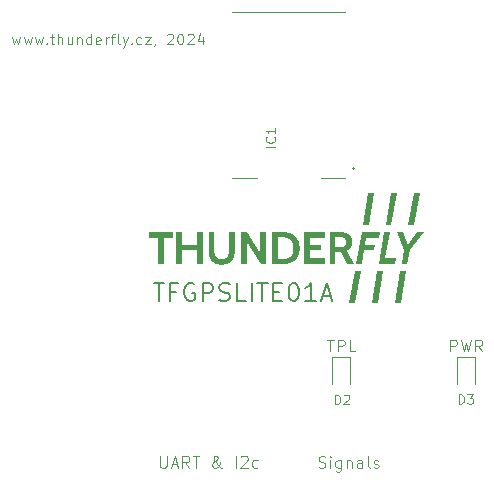
<source format=gbr>
%TF.GenerationSoftware,KiCad,Pcbnew,8.0.4+1*%
%TF.CreationDate,2024-10-18T12:55:20+00:00*%
%TF.ProjectId,TFGPSLITE01,54464750-534c-4495-9445-30312e6b6963,rev?*%
%TF.SameCoordinates,Original*%
%TF.FileFunction,Legend,Top*%
%TF.FilePolarity,Positive*%
%FSLAX46Y46*%
G04 Gerber Fmt 4.6, Leading zero omitted, Abs format (unit mm)*
G04 Created by KiCad (PCBNEW 8.0.4+1) date 2024-10-18 12:55:20*
%MOMM*%
%LPD*%
G01*
G04 APERTURE LIST*
%ADD10C,0.000000*%
%ADD11C,0.100000*%
%ADD12C,0.200000*%
%ADD13C,0.120000*%
G04 APERTURE END LIST*
D10*
G36*
X126240428Y-104431330D02*
G01*
X125481377Y-104431330D01*
X125481377Y-106639387D01*
X124990684Y-106639387D01*
X124990684Y-104431330D01*
X124231662Y-104431330D01*
X124231662Y-103955956D01*
X126240428Y-103955956D01*
X126240428Y-104431330D01*
G37*
G36*
X140513954Y-103956758D02*
G01*
X140565475Y-103959164D01*
X140615578Y-103963173D01*
X140664263Y-103968786D01*
X140711531Y-103976002D01*
X140757378Y-103984821D01*
X140801807Y-103995242D01*
X140844814Y-104007267D01*
X140886400Y-104020894D01*
X140926564Y-104036123D01*
X140965305Y-104052953D01*
X141002623Y-104071386D01*
X141038516Y-104091420D01*
X141072985Y-104113056D01*
X141106028Y-104136293D01*
X141137644Y-104161130D01*
X141167595Y-104187528D01*
X141195612Y-104215469D01*
X141221697Y-104244955D01*
X141245848Y-104275985D01*
X141268067Y-104308558D01*
X141288353Y-104342675D01*
X141306706Y-104378335D01*
X141323127Y-104415538D01*
X141337616Y-104454284D01*
X141350173Y-104494572D01*
X141360797Y-104536402D01*
X141369490Y-104579774D01*
X141376250Y-104624688D01*
X141381079Y-104671143D01*
X141383976Y-104719140D01*
X141384942Y-104768677D01*
X141384477Y-104803265D01*
X141383081Y-104837058D01*
X141380755Y-104870056D01*
X141377499Y-104902261D01*
X141373314Y-104933671D01*
X141368200Y-104964287D01*
X141362157Y-104994110D01*
X141355186Y-105023138D01*
X141347288Y-105051372D01*
X141338462Y-105078813D01*
X141328709Y-105105459D01*
X141318030Y-105131312D01*
X141306425Y-105156371D01*
X141293894Y-105180637D01*
X141280437Y-105204109D01*
X141266056Y-105226788D01*
X141250799Y-105248784D01*
X141234766Y-105270228D01*
X141217957Y-105291119D01*
X141200371Y-105311457D01*
X141182010Y-105331243D01*
X141162871Y-105350474D01*
X141142956Y-105369153D01*
X141122264Y-105387278D01*
X141100795Y-105404848D01*
X141078548Y-105421865D01*
X141055524Y-105438328D01*
X141031722Y-105454236D01*
X141007141Y-105469589D01*
X140981783Y-105484387D01*
X140955646Y-105498631D01*
X140928730Y-105512319D01*
X141534449Y-106639387D01*
X140986163Y-106639387D01*
X140468637Y-105642684D01*
X139970374Y-105642684D01*
X139970374Y-106639387D01*
X139479659Y-106639387D01*
X139479659Y-105232524D01*
X139479659Y-104366151D01*
X139970376Y-104366151D01*
X139970376Y-105232524D01*
X140330631Y-105232524D01*
X140396094Y-105230816D01*
X140457331Y-105225693D01*
X140514344Y-105217154D01*
X140567132Y-105205201D01*
X140591942Y-105197944D01*
X140615696Y-105189834D01*
X140638394Y-105180870D01*
X140660036Y-105171052D01*
X140680622Y-105160382D01*
X140700152Y-105148857D01*
X140718626Y-105136480D01*
X140736044Y-105123249D01*
X140752406Y-105109165D01*
X140767713Y-105094228D01*
X140781964Y-105078437D01*
X140795159Y-105061794D01*
X140807298Y-105044297D01*
X140818381Y-105025947D01*
X140828409Y-105006745D01*
X140837381Y-104986689D01*
X140845298Y-104965781D01*
X140852159Y-104944020D01*
X140857964Y-104921406D01*
X140862714Y-104897939D01*
X140866408Y-104873619D01*
X140869046Y-104848447D01*
X140870630Y-104822422D01*
X140871157Y-104795545D01*
X140870678Y-104769586D01*
X140869239Y-104744420D01*
X140866842Y-104720047D01*
X140863487Y-104696468D01*
X140859173Y-104673681D01*
X140853901Y-104651688D01*
X140847671Y-104630489D01*
X140840484Y-104610083D01*
X140832339Y-104590471D01*
X140823237Y-104571654D01*
X140813178Y-104553630D01*
X140802162Y-104536400D01*
X140790190Y-104519965D01*
X140777261Y-104504325D01*
X140763376Y-104489479D01*
X140748535Y-104475428D01*
X140732602Y-104462196D01*
X140715471Y-104449819D01*
X140697142Y-104438294D01*
X140677614Y-104427623D01*
X140656887Y-104417806D01*
X140634962Y-104408841D01*
X140611839Y-104400731D01*
X140587517Y-104393474D01*
X140561998Y-104387070D01*
X140535280Y-104381521D01*
X140507365Y-104376824D01*
X140478252Y-104372982D01*
X140447942Y-104369994D01*
X140416434Y-104367859D01*
X140383728Y-104366578D01*
X140349825Y-104366151D01*
X139970376Y-104366151D01*
X139479659Y-104366151D01*
X139479659Y-103955956D01*
X140461018Y-103955956D01*
X140513954Y-103956758D01*
G37*
G36*
X143692603Y-104431330D02*
G01*
X142596171Y-104431330D01*
X142492736Y-105002527D01*
X143343780Y-105002527D01*
X143259396Y-105477867D01*
X142408351Y-105477867D01*
X142205223Y-106639387D01*
X141714507Y-106639387D01*
X142186102Y-103955956D01*
X143776917Y-103955956D01*
X143692603Y-104431330D01*
G37*
G36*
X139053366Y-104431330D02*
G01*
X137838186Y-104431330D01*
X137838186Y-105002527D01*
X138781231Y-105002527D01*
X138781231Y-105477867D01*
X137838186Y-105477867D01*
X137838186Y-106164076D01*
X139091818Y-106164076D01*
X139091818Y-106639387D01*
X137336041Y-106639387D01*
X137336041Y-103955956D01*
X139053366Y-103955956D01*
X139053366Y-104431330D01*
G37*
G36*
X133597445Y-105688708D02*
G01*
X133597445Y-103955956D01*
X134088088Y-103955956D01*
X134088088Y-106639387D01*
X133685569Y-106639387D01*
X132458890Y-104799404D01*
X132458890Y-106639387D01*
X131968247Y-106639387D01*
X131968247Y-103955956D01*
X132451200Y-103955956D01*
X133597445Y-105688708D01*
G37*
G36*
X146118583Y-105029317D02*
G01*
X146916001Y-103955956D01*
X147437336Y-103955956D01*
X146279659Y-105451077D01*
X146068699Y-106639387D01*
X145581938Y-106639387D01*
X145788947Y-105451077D01*
X145788949Y-105451077D01*
X145160227Y-103955956D01*
X145681632Y-103955956D01*
X146118583Y-105029317D01*
G37*
G36*
X145492547Y-109959386D02*
G01*
X145001904Y-109959386D01*
X145473426Y-107275932D01*
X145964140Y-107275932D01*
X145492547Y-109959386D01*
G37*
G36*
X143551705Y-109959386D02*
G01*
X143061061Y-109959386D01*
X143532585Y-107275932D01*
X144023300Y-107275932D01*
X143551705Y-109959386D01*
G37*
G36*
X135675064Y-103956585D02*
G01*
X135722013Y-103958473D01*
X135768317Y-103961619D01*
X135813978Y-103966023D01*
X135858995Y-103971686D01*
X135903369Y-103978607D01*
X135947099Y-103986787D01*
X135990187Y-103996225D01*
X136032633Y-104006922D01*
X136074436Y-104018877D01*
X136115597Y-104032090D01*
X136156117Y-104046562D01*
X136195996Y-104062292D01*
X136235234Y-104079281D01*
X136273831Y-104097528D01*
X136311788Y-104117034D01*
X136348882Y-104137710D01*
X136384942Y-104159496D01*
X136419969Y-104182392D01*
X136453963Y-104206396D01*
X136486924Y-104231509D01*
X136518851Y-104257731D01*
X136549746Y-104285061D01*
X136579608Y-104313499D01*
X136608437Y-104343044D01*
X136636234Y-104373697D01*
X136662998Y-104405457D01*
X136688730Y-104438323D01*
X136713429Y-104472296D01*
X136737097Y-104507376D01*
X136759732Y-104543561D01*
X136781335Y-104580851D01*
X136801763Y-104619148D01*
X136820874Y-104658310D01*
X136838666Y-104698340D01*
X136855141Y-104739236D01*
X136870298Y-104781000D01*
X136884136Y-104823631D01*
X136896657Y-104867129D01*
X136907860Y-104911496D01*
X136917744Y-104956730D01*
X136926311Y-105002834D01*
X136933560Y-105049805D01*
X136939491Y-105097646D01*
X136944104Y-105146356D01*
X136947399Y-105195935D01*
X136949376Y-105246384D01*
X136950035Y-105297703D01*
X136949376Y-105349009D01*
X136947399Y-105399450D01*
X136944104Y-105449026D01*
X136939491Y-105497735D01*
X136933560Y-105545577D01*
X136926311Y-105592553D01*
X136917744Y-105638662D01*
X136907860Y-105683903D01*
X136896657Y-105728276D01*
X136884136Y-105771781D01*
X136870298Y-105814417D01*
X136855141Y-105856185D01*
X136838666Y-105897084D01*
X136820874Y-105937113D01*
X136801763Y-105976272D01*
X136781335Y-106014561D01*
X136759732Y-106051869D01*
X136737097Y-106088067D01*
X136713430Y-106123155D01*
X136688731Y-106157133D01*
X136662999Y-106190001D01*
X136636235Y-106221760D01*
X136608438Y-106252410D01*
X136579609Y-106281951D01*
X136549747Y-106310383D01*
X136518852Y-106337706D01*
X136486924Y-106363921D01*
X136453963Y-106389028D01*
X136419969Y-106413027D01*
X136384942Y-106435919D01*
X136348882Y-106457703D01*
X136311788Y-106478379D01*
X136273831Y-106497887D01*
X136235234Y-106516135D01*
X136195996Y-106533122D01*
X136156117Y-106548849D01*
X136115597Y-106563316D01*
X136074436Y-106576523D01*
X136032633Y-106588471D01*
X135990187Y-106599161D01*
X135947099Y-106608591D01*
X135903369Y-106616763D01*
X135858995Y-106623677D01*
X135813978Y-106629333D01*
X135768317Y-106633732D01*
X135722013Y-106636874D01*
X135675064Y-106638758D01*
X135627470Y-106639387D01*
X134623182Y-106639387D01*
X134623182Y-106202387D01*
X134623182Y-104393025D01*
X135113825Y-104393025D01*
X135113825Y-106202387D01*
X135627470Y-106202387D01*
X135674675Y-106201452D01*
X135720458Y-106198646D01*
X135764818Y-106193970D01*
X135807757Y-106187422D01*
X135849273Y-106179003D01*
X135889368Y-106168711D01*
X135928040Y-106156547D01*
X135965290Y-106142510D01*
X136001118Y-106126600D01*
X136035523Y-106108816D01*
X136068507Y-106089159D01*
X136100068Y-106067626D01*
X136130208Y-106044219D01*
X136158925Y-106018937D01*
X136186220Y-105991779D01*
X136212094Y-105962746D01*
X136236457Y-105932081D01*
X136259252Y-105899962D01*
X136280476Y-105866387D01*
X136300130Y-105831358D01*
X136318214Y-105794874D01*
X136334726Y-105756937D01*
X136349668Y-105717547D01*
X136363038Y-105676703D01*
X136374836Y-105634407D01*
X136385062Y-105590659D01*
X136393716Y-105545460D01*
X136400797Y-105498809D01*
X136406305Y-105450708D01*
X136410239Y-105401156D01*
X136412600Y-105350154D01*
X136413387Y-105297703D01*
X136412600Y-105245238D01*
X136410239Y-105194226D01*
X136406305Y-105144666D01*
X136400797Y-105096558D01*
X136393716Y-105049903D01*
X136385062Y-105004700D01*
X136374836Y-104960950D01*
X136363038Y-104918653D01*
X136349668Y-104877808D01*
X136334726Y-104838416D01*
X136318214Y-104800478D01*
X136300130Y-104763992D01*
X136280476Y-104728960D01*
X136259252Y-104695381D01*
X136236457Y-104663255D01*
X136212094Y-104632583D01*
X136186220Y-104603586D01*
X136158925Y-104576457D01*
X136130208Y-104551198D01*
X136100068Y-104527807D01*
X136068507Y-104506286D01*
X136035523Y-104486635D01*
X136001118Y-104468853D01*
X135965290Y-104452942D01*
X135928040Y-104438902D01*
X135889368Y-104426732D01*
X135849273Y-104416434D01*
X135807757Y-104408008D01*
X135764818Y-104401453D01*
X135720458Y-104396771D01*
X135674675Y-104393962D01*
X135627470Y-104393025D01*
X135113825Y-104393025D01*
X134623182Y-104393025D01*
X134623182Y-103955956D01*
X135627470Y-103955956D01*
X135675064Y-103956585D01*
G37*
G36*
X142786105Y-103313899D02*
G01*
X142295461Y-103313899D01*
X142766915Y-100630460D01*
X143257629Y-100630460D01*
X142786105Y-103313899D01*
G37*
G36*
X146651702Y-103313899D02*
G01*
X146161059Y-103313899D01*
X146632511Y-100630460D01*
X147123297Y-100630460D01*
X146651702Y-103313899D01*
G37*
G36*
X141628996Y-109959386D02*
G01*
X141138351Y-109959386D01*
X141609875Y-107275932D01*
X142100520Y-107275932D01*
X141628996Y-109959386D01*
G37*
G36*
X144708462Y-103313899D02*
G01*
X144217747Y-103313899D01*
X144689341Y-100630460D01*
X145179986Y-100630460D01*
X144708462Y-103313899D01*
G37*
G36*
X129724934Y-105362882D02*
G01*
X129725711Y-105431383D01*
X129728044Y-105496944D01*
X129731933Y-105559565D01*
X129737379Y-105619246D01*
X129744381Y-105675987D01*
X129752940Y-105729789D01*
X129763057Y-105780652D01*
X129774732Y-105828577D01*
X129781296Y-105851509D01*
X129788534Y-105873794D01*
X129796447Y-105895432D01*
X129805035Y-105916424D01*
X129814297Y-105936770D01*
X129824234Y-105956471D01*
X129834846Y-105975526D01*
X129846133Y-105993936D01*
X129858094Y-106011703D01*
X129870731Y-106028825D01*
X129884043Y-106045303D01*
X129898030Y-106061138D01*
X129912692Y-106076330D01*
X129928029Y-106090880D01*
X129944042Y-106104788D01*
X129960730Y-106118053D01*
X129978172Y-106130579D01*
X129996499Y-106142297D01*
X130015710Y-106153209D01*
X130035807Y-106163313D01*
X130056788Y-106172611D01*
X130078655Y-106181100D01*
X130101408Y-106188782D01*
X130125045Y-106195656D01*
X130149568Y-106201722D01*
X130174977Y-106206979D01*
X130201272Y-106211429D01*
X130228452Y-106215069D01*
X130256518Y-106217901D01*
X130285471Y-106219924D01*
X130315309Y-106221138D01*
X130346034Y-106221543D01*
X130376710Y-106221138D01*
X130406507Y-106219924D01*
X130435425Y-106217901D01*
X130463464Y-106215069D01*
X130490622Y-106211429D01*
X130516900Y-106206979D01*
X130542296Y-106201722D01*
X130566811Y-106195656D01*
X130590443Y-106188782D01*
X130613193Y-106181100D01*
X130635060Y-106172611D01*
X130656043Y-106163313D01*
X130676141Y-106153209D01*
X130695355Y-106142297D01*
X130713683Y-106130579D01*
X130731126Y-106118053D01*
X130747803Y-106104788D01*
X130763808Y-106090880D01*
X130779141Y-106076331D01*
X130793801Y-106061138D01*
X130807788Y-106045303D01*
X130821102Y-106028825D01*
X130833742Y-106011703D01*
X130845708Y-105993937D01*
X130856999Y-105975526D01*
X130867615Y-105956471D01*
X130877555Y-105936770D01*
X130886819Y-105916424D01*
X130895408Y-105895432D01*
X130903319Y-105873794D01*
X130910553Y-105851509D01*
X130917110Y-105828577D01*
X130928791Y-105780653D01*
X130938913Y-105729789D01*
X130947475Y-105675987D01*
X130954478Y-105619246D01*
X130959924Y-105559565D01*
X130963813Y-105496945D01*
X130966146Y-105431384D01*
X130966923Y-105362882D01*
X130966923Y-103955956D01*
X131457566Y-103955956D01*
X131457566Y-105489388D01*
X131456473Y-105558872D01*
X131453194Y-105626455D01*
X131447730Y-105692137D01*
X131440079Y-105755918D01*
X131430244Y-105817798D01*
X131418223Y-105877777D01*
X131404018Y-105935854D01*
X131387628Y-105992030D01*
X131369053Y-106046305D01*
X131348295Y-106098679D01*
X131325352Y-106149151D01*
X131300225Y-106197722D01*
X131272915Y-106244391D01*
X131243421Y-106289159D01*
X131211744Y-106332025D01*
X131177884Y-106372990D01*
X131141818Y-106411743D01*
X131103629Y-106447996D01*
X131063316Y-106481748D01*
X131020880Y-106513001D01*
X130976321Y-106541754D01*
X130929639Y-106568007D01*
X130880833Y-106591759D01*
X130829904Y-106613012D01*
X130776852Y-106631764D01*
X130721676Y-106648017D01*
X130664377Y-106661769D01*
X130604955Y-106673020D01*
X130543410Y-106681772D01*
X130479741Y-106688023D01*
X130413949Y-106691773D01*
X130346034Y-106693024D01*
X130278081Y-106691773D01*
X130212254Y-106688023D01*
X130148555Y-106681772D01*
X130086983Y-106673020D01*
X130027538Y-106661769D01*
X129970220Y-106648017D01*
X129915030Y-106631764D01*
X129861967Y-106613012D01*
X129811031Y-106591759D01*
X129762223Y-106568007D01*
X129715544Y-106541754D01*
X129670992Y-106513001D01*
X129628567Y-106481748D01*
X129588271Y-106447996D01*
X129550104Y-106411743D01*
X129514064Y-106372990D01*
X129480178Y-106332025D01*
X129448480Y-106289159D01*
X129418968Y-106244391D01*
X129391643Y-106197722D01*
X129366504Y-106149151D01*
X129343553Y-106098679D01*
X129322787Y-106046305D01*
X129304208Y-105992030D01*
X129287815Y-105935854D01*
X129273608Y-105877777D01*
X129261588Y-105817798D01*
X129251753Y-105755918D01*
X129244103Y-105692137D01*
X129238640Y-105626455D01*
X129235362Y-105558872D01*
X129234269Y-105489388D01*
X129234269Y-103955956D01*
X129724934Y-103955956D01*
X129724934Y-105362882D01*
G37*
G36*
X127006259Y-105017823D02*
G01*
X128232902Y-105017823D01*
X128232902Y-103955956D01*
X128723651Y-103955956D01*
X128723651Y-106639387D01*
X128232902Y-106639387D01*
X128232902Y-105477867D01*
X127006259Y-105477867D01*
X127006259Y-106639387D01*
X126515623Y-106639387D01*
X126515623Y-103955956D01*
X127006259Y-103955956D01*
X127006259Y-105017823D01*
G37*
G36*
X144207166Y-106164076D02*
G01*
X145133277Y-106164076D01*
X145048965Y-106639387D01*
X143632211Y-106639387D01*
X144103803Y-103955956D01*
X144594445Y-103955956D01*
X144207166Y-106164076D01*
G37*
D11*
X125113884Y-122892419D02*
X125113884Y-123701942D01*
X125113884Y-123701942D02*
X125161503Y-123797180D01*
X125161503Y-123797180D02*
X125209122Y-123844800D01*
X125209122Y-123844800D02*
X125304360Y-123892419D01*
X125304360Y-123892419D02*
X125494836Y-123892419D01*
X125494836Y-123892419D02*
X125590074Y-123844800D01*
X125590074Y-123844800D02*
X125637693Y-123797180D01*
X125637693Y-123797180D02*
X125685312Y-123701942D01*
X125685312Y-123701942D02*
X125685312Y-122892419D01*
X126113884Y-123606704D02*
X126590074Y-123606704D01*
X126018646Y-123892419D02*
X126351979Y-122892419D01*
X126351979Y-122892419D02*
X126685312Y-123892419D01*
X127590074Y-123892419D02*
X127256741Y-123416228D01*
X127018646Y-123892419D02*
X127018646Y-122892419D01*
X127018646Y-122892419D02*
X127399598Y-122892419D01*
X127399598Y-122892419D02*
X127494836Y-122940038D01*
X127494836Y-122940038D02*
X127542455Y-122987657D01*
X127542455Y-122987657D02*
X127590074Y-123082895D01*
X127590074Y-123082895D02*
X127590074Y-123225752D01*
X127590074Y-123225752D02*
X127542455Y-123320990D01*
X127542455Y-123320990D02*
X127494836Y-123368609D01*
X127494836Y-123368609D02*
X127399598Y-123416228D01*
X127399598Y-123416228D02*
X127018646Y-123416228D01*
X127875789Y-122892419D02*
X128447217Y-122892419D01*
X128161503Y-123892419D02*
X128161503Y-122892419D01*
X130351980Y-123892419D02*
X130304361Y-123892419D01*
X130304361Y-123892419D02*
X130209122Y-123844800D01*
X130209122Y-123844800D02*
X130066265Y-123701942D01*
X130066265Y-123701942D02*
X129828170Y-123416228D01*
X129828170Y-123416228D02*
X129732932Y-123273371D01*
X129732932Y-123273371D02*
X129685313Y-123130514D01*
X129685313Y-123130514D02*
X129685313Y-123035276D01*
X129685313Y-123035276D02*
X129732932Y-122940038D01*
X129732932Y-122940038D02*
X129828170Y-122892419D01*
X129828170Y-122892419D02*
X129875789Y-122892419D01*
X129875789Y-122892419D02*
X129971027Y-122940038D01*
X129971027Y-122940038D02*
X130018646Y-123035276D01*
X130018646Y-123035276D02*
X130018646Y-123082895D01*
X130018646Y-123082895D02*
X129971027Y-123178133D01*
X129971027Y-123178133D02*
X129923408Y-123225752D01*
X129923408Y-123225752D02*
X129637694Y-123416228D01*
X129637694Y-123416228D02*
X129590075Y-123463847D01*
X129590075Y-123463847D02*
X129542456Y-123559085D01*
X129542456Y-123559085D02*
X129542456Y-123701942D01*
X129542456Y-123701942D02*
X129590075Y-123797180D01*
X129590075Y-123797180D02*
X129637694Y-123844800D01*
X129637694Y-123844800D02*
X129732932Y-123892419D01*
X129732932Y-123892419D02*
X129875789Y-123892419D01*
X129875789Y-123892419D02*
X129971027Y-123844800D01*
X129971027Y-123844800D02*
X130018646Y-123797180D01*
X130018646Y-123797180D02*
X130161503Y-123606704D01*
X130161503Y-123606704D02*
X130209122Y-123463847D01*
X130209122Y-123463847D02*
X130209122Y-123368609D01*
X131542456Y-123892419D02*
X131542456Y-122892419D01*
X131971027Y-122987657D02*
X132018646Y-122940038D01*
X132018646Y-122940038D02*
X132113884Y-122892419D01*
X132113884Y-122892419D02*
X132351979Y-122892419D01*
X132351979Y-122892419D02*
X132447217Y-122940038D01*
X132447217Y-122940038D02*
X132494836Y-122987657D01*
X132494836Y-122987657D02*
X132542455Y-123082895D01*
X132542455Y-123082895D02*
X132542455Y-123178133D01*
X132542455Y-123178133D02*
X132494836Y-123320990D01*
X132494836Y-123320990D02*
X131923408Y-123892419D01*
X131923408Y-123892419D02*
X132542455Y-123892419D01*
X133399598Y-123844800D02*
X133304360Y-123892419D01*
X133304360Y-123892419D02*
X133113884Y-123892419D01*
X133113884Y-123892419D02*
X133018646Y-123844800D01*
X133018646Y-123844800D02*
X132971027Y-123797180D01*
X132971027Y-123797180D02*
X132923408Y-123701942D01*
X132923408Y-123701942D02*
X132923408Y-123416228D01*
X132923408Y-123416228D02*
X132971027Y-123320990D01*
X132971027Y-123320990D02*
X133018646Y-123273371D01*
X133018646Y-123273371D02*
X133113884Y-123225752D01*
X133113884Y-123225752D02*
X133304360Y-123225752D01*
X133304360Y-123225752D02*
X133399598Y-123273371D01*
X139269524Y-113052419D02*
X139840952Y-113052419D01*
X139555238Y-114052419D02*
X139555238Y-113052419D01*
X140174286Y-114052419D02*
X140174286Y-113052419D01*
X140174286Y-113052419D02*
X140555238Y-113052419D01*
X140555238Y-113052419D02*
X140650476Y-113100038D01*
X140650476Y-113100038D02*
X140698095Y-113147657D01*
X140698095Y-113147657D02*
X140745714Y-113242895D01*
X140745714Y-113242895D02*
X140745714Y-113385752D01*
X140745714Y-113385752D02*
X140698095Y-113480990D01*
X140698095Y-113480990D02*
X140650476Y-113528609D01*
X140650476Y-113528609D02*
X140555238Y-113576228D01*
X140555238Y-113576228D02*
X140174286Y-113576228D01*
X141650476Y-114052419D02*
X141174286Y-114052419D01*
X141174286Y-114052419D02*
X141174286Y-113052419D01*
D12*
X124584863Y-108277358D02*
X125442006Y-108277358D01*
X125013434Y-109777358D02*
X125013434Y-108277358D01*
X126442005Y-108991644D02*
X125942005Y-108991644D01*
X125942005Y-109777358D02*
X125942005Y-108277358D01*
X125942005Y-108277358D02*
X126656291Y-108277358D01*
X128013434Y-108348787D02*
X127870577Y-108277358D01*
X127870577Y-108277358D02*
X127656291Y-108277358D01*
X127656291Y-108277358D02*
X127442005Y-108348787D01*
X127442005Y-108348787D02*
X127299148Y-108491644D01*
X127299148Y-108491644D02*
X127227719Y-108634501D01*
X127227719Y-108634501D02*
X127156291Y-108920215D01*
X127156291Y-108920215D02*
X127156291Y-109134501D01*
X127156291Y-109134501D02*
X127227719Y-109420215D01*
X127227719Y-109420215D02*
X127299148Y-109563072D01*
X127299148Y-109563072D02*
X127442005Y-109705930D01*
X127442005Y-109705930D02*
X127656291Y-109777358D01*
X127656291Y-109777358D02*
X127799148Y-109777358D01*
X127799148Y-109777358D02*
X128013434Y-109705930D01*
X128013434Y-109705930D02*
X128084862Y-109634501D01*
X128084862Y-109634501D02*
X128084862Y-109134501D01*
X128084862Y-109134501D02*
X127799148Y-109134501D01*
X128727719Y-109777358D02*
X128727719Y-108277358D01*
X128727719Y-108277358D02*
X129299148Y-108277358D01*
X129299148Y-108277358D02*
X129442005Y-108348787D01*
X129442005Y-108348787D02*
X129513434Y-108420215D01*
X129513434Y-108420215D02*
X129584862Y-108563072D01*
X129584862Y-108563072D02*
X129584862Y-108777358D01*
X129584862Y-108777358D02*
X129513434Y-108920215D01*
X129513434Y-108920215D02*
X129442005Y-108991644D01*
X129442005Y-108991644D02*
X129299148Y-109063072D01*
X129299148Y-109063072D02*
X128727719Y-109063072D01*
X130156291Y-109705930D02*
X130370577Y-109777358D01*
X130370577Y-109777358D02*
X130727719Y-109777358D01*
X130727719Y-109777358D02*
X130870577Y-109705930D01*
X130870577Y-109705930D02*
X130942005Y-109634501D01*
X130942005Y-109634501D02*
X131013434Y-109491644D01*
X131013434Y-109491644D02*
X131013434Y-109348787D01*
X131013434Y-109348787D02*
X130942005Y-109205930D01*
X130942005Y-109205930D02*
X130870577Y-109134501D01*
X130870577Y-109134501D02*
X130727719Y-109063072D01*
X130727719Y-109063072D02*
X130442005Y-108991644D01*
X130442005Y-108991644D02*
X130299148Y-108920215D01*
X130299148Y-108920215D02*
X130227719Y-108848787D01*
X130227719Y-108848787D02*
X130156291Y-108705930D01*
X130156291Y-108705930D02*
X130156291Y-108563072D01*
X130156291Y-108563072D02*
X130227719Y-108420215D01*
X130227719Y-108420215D02*
X130299148Y-108348787D01*
X130299148Y-108348787D02*
X130442005Y-108277358D01*
X130442005Y-108277358D02*
X130799148Y-108277358D01*
X130799148Y-108277358D02*
X131013434Y-108348787D01*
X132370576Y-109777358D02*
X131656290Y-109777358D01*
X131656290Y-109777358D02*
X131656290Y-108277358D01*
X132870576Y-109777358D02*
X132870576Y-108277358D01*
X133370577Y-108277358D02*
X134227720Y-108277358D01*
X133799148Y-109777358D02*
X133799148Y-108277358D01*
X134727719Y-108991644D02*
X135227719Y-108991644D01*
X135442005Y-109777358D02*
X134727719Y-109777358D01*
X134727719Y-109777358D02*
X134727719Y-108277358D01*
X134727719Y-108277358D02*
X135442005Y-108277358D01*
X136370577Y-108277358D02*
X136513434Y-108277358D01*
X136513434Y-108277358D02*
X136656291Y-108348787D01*
X136656291Y-108348787D02*
X136727720Y-108420215D01*
X136727720Y-108420215D02*
X136799148Y-108563072D01*
X136799148Y-108563072D02*
X136870577Y-108848787D01*
X136870577Y-108848787D02*
X136870577Y-109205930D01*
X136870577Y-109205930D02*
X136799148Y-109491644D01*
X136799148Y-109491644D02*
X136727720Y-109634501D01*
X136727720Y-109634501D02*
X136656291Y-109705930D01*
X136656291Y-109705930D02*
X136513434Y-109777358D01*
X136513434Y-109777358D02*
X136370577Y-109777358D01*
X136370577Y-109777358D02*
X136227720Y-109705930D01*
X136227720Y-109705930D02*
X136156291Y-109634501D01*
X136156291Y-109634501D02*
X136084862Y-109491644D01*
X136084862Y-109491644D02*
X136013434Y-109205930D01*
X136013434Y-109205930D02*
X136013434Y-108848787D01*
X136013434Y-108848787D02*
X136084862Y-108563072D01*
X136084862Y-108563072D02*
X136156291Y-108420215D01*
X136156291Y-108420215D02*
X136227720Y-108348787D01*
X136227720Y-108348787D02*
X136370577Y-108277358D01*
X138299148Y-109777358D02*
X137442005Y-109777358D01*
X137870576Y-109777358D02*
X137870576Y-108277358D01*
X137870576Y-108277358D02*
X137727719Y-108491644D01*
X137727719Y-108491644D02*
X137584862Y-108634501D01*
X137584862Y-108634501D02*
X137442005Y-108705930D01*
X138870576Y-109348787D02*
X139584862Y-109348787D01*
X138727719Y-109777358D02*
X139227719Y-108277358D01*
X139227719Y-108277358D02*
X139727719Y-109777358D01*
D11*
X112624360Y-87444657D02*
X112795789Y-88044657D01*
X112795789Y-88044657D02*
X112967217Y-87616085D01*
X112967217Y-87616085D02*
X113138646Y-88044657D01*
X113138646Y-88044657D02*
X113310074Y-87444657D01*
X113567217Y-87444657D02*
X113738646Y-88044657D01*
X113738646Y-88044657D02*
X113910074Y-87616085D01*
X113910074Y-87616085D02*
X114081503Y-88044657D01*
X114081503Y-88044657D02*
X114252931Y-87444657D01*
X114510074Y-87444657D02*
X114681503Y-88044657D01*
X114681503Y-88044657D02*
X114852931Y-87616085D01*
X114852931Y-87616085D02*
X115024360Y-88044657D01*
X115024360Y-88044657D02*
X115195788Y-87444657D01*
X115538645Y-87958942D02*
X115581502Y-88001800D01*
X115581502Y-88001800D02*
X115538645Y-88044657D01*
X115538645Y-88044657D02*
X115495788Y-88001800D01*
X115495788Y-88001800D02*
X115538645Y-87958942D01*
X115538645Y-87958942D02*
X115538645Y-88044657D01*
X115838645Y-87444657D02*
X116181502Y-87444657D01*
X115967216Y-87144657D02*
X115967216Y-87916085D01*
X115967216Y-87916085D02*
X116010073Y-88001800D01*
X116010073Y-88001800D02*
X116095788Y-88044657D01*
X116095788Y-88044657D02*
X116181502Y-88044657D01*
X116481502Y-88044657D02*
X116481502Y-87144657D01*
X116867217Y-88044657D02*
X116867217Y-87573228D01*
X116867217Y-87573228D02*
X116824359Y-87487514D01*
X116824359Y-87487514D02*
X116738645Y-87444657D01*
X116738645Y-87444657D02*
X116610074Y-87444657D01*
X116610074Y-87444657D02*
X116524359Y-87487514D01*
X116524359Y-87487514D02*
X116481502Y-87530371D01*
X117681503Y-87444657D02*
X117681503Y-88044657D01*
X117295788Y-87444657D02*
X117295788Y-87916085D01*
X117295788Y-87916085D02*
X117338645Y-88001800D01*
X117338645Y-88001800D02*
X117424360Y-88044657D01*
X117424360Y-88044657D02*
X117552931Y-88044657D01*
X117552931Y-88044657D02*
X117638645Y-88001800D01*
X117638645Y-88001800D02*
X117681503Y-87958942D01*
X118110074Y-87444657D02*
X118110074Y-88044657D01*
X118110074Y-87530371D02*
X118152931Y-87487514D01*
X118152931Y-87487514D02*
X118238646Y-87444657D01*
X118238646Y-87444657D02*
X118367217Y-87444657D01*
X118367217Y-87444657D02*
X118452931Y-87487514D01*
X118452931Y-87487514D02*
X118495789Y-87573228D01*
X118495789Y-87573228D02*
X118495789Y-88044657D01*
X119310075Y-88044657D02*
X119310075Y-87144657D01*
X119310075Y-88001800D02*
X119224360Y-88044657D01*
X119224360Y-88044657D02*
X119052932Y-88044657D01*
X119052932Y-88044657D02*
X118967217Y-88001800D01*
X118967217Y-88001800D02*
X118924360Y-87958942D01*
X118924360Y-87958942D02*
X118881503Y-87873228D01*
X118881503Y-87873228D02*
X118881503Y-87616085D01*
X118881503Y-87616085D02*
X118924360Y-87530371D01*
X118924360Y-87530371D02*
X118967217Y-87487514D01*
X118967217Y-87487514D02*
X119052932Y-87444657D01*
X119052932Y-87444657D02*
X119224360Y-87444657D01*
X119224360Y-87444657D02*
X119310075Y-87487514D01*
X120081503Y-88001800D02*
X119995789Y-88044657D01*
X119995789Y-88044657D02*
X119824361Y-88044657D01*
X119824361Y-88044657D02*
X119738646Y-88001800D01*
X119738646Y-88001800D02*
X119695789Y-87916085D01*
X119695789Y-87916085D02*
X119695789Y-87573228D01*
X119695789Y-87573228D02*
X119738646Y-87487514D01*
X119738646Y-87487514D02*
X119824361Y-87444657D01*
X119824361Y-87444657D02*
X119995789Y-87444657D01*
X119995789Y-87444657D02*
X120081503Y-87487514D01*
X120081503Y-87487514D02*
X120124361Y-87573228D01*
X120124361Y-87573228D02*
X120124361Y-87658942D01*
X120124361Y-87658942D02*
X119695789Y-87744657D01*
X120510075Y-88044657D02*
X120510075Y-87444657D01*
X120510075Y-87616085D02*
X120552932Y-87530371D01*
X120552932Y-87530371D02*
X120595790Y-87487514D01*
X120595790Y-87487514D02*
X120681504Y-87444657D01*
X120681504Y-87444657D02*
X120767218Y-87444657D01*
X120938647Y-87444657D02*
X121281504Y-87444657D01*
X121067218Y-88044657D02*
X121067218Y-87273228D01*
X121067218Y-87273228D02*
X121110075Y-87187514D01*
X121110075Y-87187514D02*
X121195790Y-87144657D01*
X121195790Y-87144657D02*
X121281504Y-87144657D01*
X121710076Y-88044657D02*
X121624361Y-88001800D01*
X121624361Y-88001800D02*
X121581504Y-87916085D01*
X121581504Y-87916085D02*
X121581504Y-87144657D01*
X121967219Y-87444657D02*
X122181505Y-88044657D01*
X122395790Y-87444657D02*
X122181505Y-88044657D01*
X122181505Y-88044657D02*
X122095790Y-88258942D01*
X122095790Y-88258942D02*
X122052933Y-88301800D01*
X122052933Y-88301800D02*
X121967219Y-88344657D01*
X122738647Y-87958942D02*
X122781504Y-88001800D01*
X122781504Y-88001800D02*
X122738647Y-88044657D01*
X122738647Y-88044657D02*
X122695790Y-88001800D01*
X122695790Y-88001800D02*
X122738647Y-87958942D01*
X122738647Y-87958942D02*
X122738647Y-88044657D01*
X123552933Y-88001800D02*
X123467218Y-88044657D01*
X123467218Y-88044657D02*
X123295790Y-88044657D01*
X123295790Y-88044657D02*
X123210075Y-88001800D01*
X123210075Y-88001800D02*
X123167218Y-87958942D01*
X123167218Y-87958942D02*
X123124361Y-87873228D01*
X123124361Y-87873228D02*
X123124361Y-87616085D01*
X123124361Y-87616085D02*
X123167218Y-87530371D01*
X123167218Y-87530371D02*
X123210075Y-87487514D01*
X123210075Y-87487514D02*
X123295790Y-87444657D01*
X123295790Y-87444657D02*
X123467218Y-87444657D01*
X123467218Y-87444657D02*
X123552933Y-87487514D01*
X123852933Y-87444657D02*
X124324362Y-87444657D01*
X124324362Y-87444657D02*
X123852933Y-88044657D01*
X123852933Y-88044657D02*
X124324362Y-88044657D01*
X124710075Y-88001800D02*
X124710075Y-88044657D01*
X124710075Y-88044657D02*
X124667218Y-88130371D01*
X124667218Y-88130371D02*
X124624361Y-88173228D01*
X125738646Y-87230371D02*
X125781503Y-87187514D01*
X125781503Y-87187514D02*
X125867218Y-87144657D01*
X125867218Y-87144657D02*
X126081503Y-87144657D01*
X126081503Y-87144657D02*
X126167218Y-87187514D01*
X126167218Y-87187514D02*
X126210075Y-87230371D01*
X126210075Y-87230371D02*
X126252932Y-87316085D01*
X126252932Y-87316085D02*
X126252932Y-87401800D01*
X126252932Y-87401800D02*
X126210075Y-87530371D01*
X126210075Y-87530371D02*
X125695789Y-88044657D01*
X125695789Y-88044657D02*
X126252932Y-88044657D01*
X126810075Y-87144657D02*
X126895789Y-87144657D01*
X126895789Y-87144657D02*
X126981503Y-87187514D01*
X126981503Y-87187514D02*
X127024361Y-87230371D01*
X127024361Y-87230371D02*
X127067218Y-87316085D01*
X127067218Y-87316085D02*
X127110075Y-87487514D01*
X127110075Y-87487514D02*
X127110075Y-87701800D01*
X127110075Y-87701800D02*
X127067218Y-87873228D01*
X127067218Y-87873228D02*
X127024361Y-87958942D01*
X127024361Y-87958942D02*
X126981503Y-88001800D01*
X126981503Y-88001800D02*
X126895789Y-88044657D01*
X126895789Y-88044657D02*
X126810075Y-88044657D01*
X126810075Y-88044657D02*
X126724361Y-88001800D01*
X126724361Y-88001800D02*
X126681503Y-87958942D01*
X126681503Y-87958942D02*
X126638646Y-87873228D01*
X126638646Y-87873228D02*
X126595789Y-87701800D01*
X126595789Y-87701800D02*
X126595789Y-87487514D01*
X126595789Y-87487514D02*
X126638646Y-87316085D01*
X126638646Y-87316085D02*
X126681503Y-87230371D01*
X126681503Y-87230371D02*
X126724361Y-87187514D01*
X126724361Y-87187514D02*
X126810075Y-87144657D01*
X127452932Y-87230371D02*
X127495789Y-87187514D01*
X127495789Y-87187514D02*
X127581504Y-87144657D01*
X127581504Y-87144657D02*
X127795789Y-87144657D01*
X127795789Y-87144657D02*
X127881504Y-87187514D01*
X127881504Y-87187514D02*
X127924361Y-87230371D01*
X127924361Y-87230371D02*
X127967218Y-87316085D01*
X127967218Y-87316085D02*
X127967218Y-87401800D01*
X127967218Y-87401800D02*
X127924361Y-87530371D01*
X127924361Y-87530371D02*
X127410075Y-88044657D01*
X127410075Y-88044657D02*
X127967218Y-88044657D01*
X128738647Y-87444657D02*
X128738647Y-88044657D01*
X128524361Y-87101800D02*
X128310075Y-87744657D01*
X128310075Y-87744657D02*
X128867218Y-87744657D01*
X149686667Y-114052419D02*
X149686667Y-113052419D01*
X149686667Y-113052419D02*
X150067619Y-113052419D01*
X150067619Y-113052419D02*
X150162857Y-113100038D01*
X150162857Y-113100038D02*
X150210476Y-113147657D01*
X150210476Y-113147657D02*
X150258095Y-113242895D01*
X150258095Y-113242895D02*
X150258095Y-113385752D01*
X150258095Y-113385752D02*
X150210476Y-113480990D01*
X150210476Y-113480990D02*
X150162857Y-113528609D01*
X150162857Y-113528609D02*
X150067619Y-113576228D01*
X150067619Y-113576228D02*
X149686667Y-113576228D01*
X150591429Y-113052419D02*
X150829524Y-114052419D01*
X150829524Y-114052419D02*
X151020000Y-113338133D01*
X151020000Y-113338133D02*
X151210476Y-114052419D01*
X151210476Y-114052419D02*
X151448572Y-113052419D01*
X152400952Y-114052419D02*
X152067619Y-113576228D01*
X151829524Y-114052419D02*
X151829524Y-113052419D01*
X151829524Y-113052419D02*
X152210476Y-113052419D01*
X152210476Y-113052419D02*
X152305714Y-113100038D01*
X152305714Y-113100038D02*
X152353333Y-113147657D01*
X152353333Y-113147657D02*
X152400952Y-113242895D01*
X152400952Y-113242895D02*
X152400952Y-113385752D01*
X152400952Y-113385752D02*
X152353333Y-113480990D01*
X152353333Y-113480990D02*
X152305714Y-113528609D01*
X152305714Y-113528609D02*
X152210476Y-113576228D01*
X152210476Y-113576228D02*
X151829524Y-113576228D01*
X138546265Y-123864800D02*
X138689122Y-123912419D01*
X138689122Y-123912419D02*
X138927217Y-123912419D01*
X138927217Y-123912419D02*
X139022455Y-123864800D01*
X139022455Y-123864800D02*
X139070074Y-123817180D01*
X139070074Y-123817180D02*
X139117693Y-123721942D01*
X139117693Y-123721942D02*
X139117693Y-123626704D01*
X139117693Y-123626704D02*
X139070074Y-123531466D01*
X139070074Y-123531466D02*
X139022455Y-123483847D01*
X139022455Y-123483847D02*
X138927217Y-123436228D01*
X138927217Y-123436228D02*
X138736741Y-123388609D01*
X138736741Y-123388609D02*
X138641503Y-123340990D01*
X138641503Y-123340990D02*
X138593884Y-123293371D01*
X138593884Y-123293371D02*
X138546265Y-123198133D01*
X138546265Y-123198133D02*
X138546265Y-123102895D01*
X138546265Y-123102895D02*
X138593884Y-123007657D01*
X138593884Y-123007657D02*
X138641503Y-122960038D01*
X138641503Y-122960038D02*
X138736741Y-122912419D01*
X138736741Y-122912419D02*
X138974836Y-122912419D01*
X138974836Y-122912419D02*
X139117693Y-122960038D01*
X139546265Y-123912419D02*
X139546265Y-123245752D01*
X139546265Y-122912419D02*
X139498646Y-122960038D01*
X139498646Y-122960038D02*
X139546265Y-123007657D01*
X139546265Y-123007657D02*
X139593884Y-122960038D01*
X139593884Y-122960038D02*
X139546265Y-122912419D01*
X139546265Y-122912419D02*
X139546265Y-123007657D01*
X140451026Y-123245752D02*
X140451026Y-124055276D01*
X140451026Y-124055276D02*
X140403407Y-124150514D01*
X140403407Y-124150514D02*
X140355788Y-124198133D01*
X140355788Y-124198133D02*
X140260550Y-124245752D01*
X140260550Y-124245752D02*
X140117693Y-124245752D01*
X140117693Y-124245752D02*
X140022455Y-124198133D01*
X140451026Y-123864800D02*
X140355788Y-123912419D01*
X140355788Y-123912419D02*
X140165312Y-123912419D01*
X140165312Y-123912419D02*
X140070074Y-123864800D01*
X140070074Y-123864800D02*
X140022455Y-123817180D01*
X140022455Y-123817180D02*
X139974836Y-123721942D01*
X139974836Y-123721942D02*
X139974836Y-123436228D01*
X139974836Y-123436228D02*
X140022455Y-123340990D01*
X140022455Y-123340990D02*
X140070074Y-123293371D01*
X140070074Y-123293371D02*
X140165312Y-123245752D01*
X140165312Y-123245752D02*
X140355788Y-123245752D01*
X140355788Y-123245752D02*
X140451026Y-123293371D01*
X140927217Y-123245752D02*
X140927217Y-123912419D01*
X140927217Y-123340990D02*
X140974836Y-123293371D01*
X140974836Y-123293371D02*
X141070074Y-123245752D01*
X141070074Y-123245752D02*
X141212931Y-123245752D01*
X141212931Y-123245752D02*
X141308169Y-123293371D01*
X141308169Y-123293371D02*
X141355788Y-123388609D01*
X141355788Y-123388609D02*
X141355788Y-123912419D01*
X142260550Y-123912419D02*
X142260550Y-123388609D01*
X142260550Y-123388609D02*
X142212931Y-123293371D01*
X142212931Y-123293371D02*
X142117693Y-123245752D01*
X142117693Y-123245752D02*
X141927217Y-123245752D01*
X141927217Y-123245752D02*
X141831979Y-123293371D01*
X142260550Y-123864800D02*
X142165312Y-123912419D01*
X142165312Y-123912419D02*
X141927217Y-123912419D01*
X141927217Y-123912419D02*
X141831979Y-123864800D01*
X141831979Y-123864800D02*
X141784360Y-123769561D01*
X141784360Y-123769561D02*
X141784360Y-123674323D01*
X141784360Y-123674323D02*
X141831979Y-123579085D01*
X141831979Y-123579085D02*
X141927217Y-123531466D01*
X141927217Y-123531466D02*
X142165312Y-123531466D01*
X142165312Y-123531466D02*
X142260550Y-123483847D01*
X142879598Y-123912419D02*
X142784360Y-123864800D01*
X142784360Y-123864800D02*
X142736741Y-123769561D01*
X142736741Y-123769561D02*
X142736741Y-122912419D01*
X143212932Y-123864800D02*
X143308170Y-123912419D01*
X143308170Y-123912419D02*
X143498646Y-123912419D01*
X143498646Y-123912419D02*
X143593884Y-123864800D01*
X143593884Y-123864800D02*
X143641503Y-123769561D01*
X143641503Y-123769561D02*
X143641503Y-123721942D01*
X143641503Y-123721942D02*
X143593884Y-123626704D01*
X143593884Y-123626704D02*
X143498646Y-123579085D01*
X143498646Y-123579085D02*
X143355789Y-123579085D01*
X143355789Y-123579085D02*
X143260551Y-123531466D01*
X143260551Y-123531466D02*
X143212932Y-123436228D01*
X143212932Y-123436228D02*
X143212932Y-123388609D01*
X143212932Y-123388609D02*
X143260551Y-123293371D01*
X143260551Y-123293371D02*
X143355789Y-123245752D01*
X143355789Y-123245752D02*
X143498646Y-123245752D01*
X143498646Y-123245752D02*
X143593884Y-123293371D01*
X150419524Y-118484895D02*
X150419524Y-117684895D01*
X150419524Y-117684895D02*
X150610000Y-117684895D01*
X150610000Y-117684895D02*
X150724286Y-117722990D01*
X150724286Y-117722990D02*
X150800476Y-117799180D01*
X150800476Y-117799180D02*
X150838571Y-117875371D01*
X150838571Y-117875371D02*
X150876667Y-118027752D01*
X150876667Y-118027752D02*
X150876667Y-118142038D01*
X150876667Y-118142038D02*
X150838571Y-118294419D01*
X150838571Y-118294419D02*
X150800476Y-118370609D01*
X150800476Y-118370609D02*
X150724286Y-118446800D01*
X150724286Y-118446800D02*
X150610000Y-118484895D01*
X150610000Y-118484895D02*
X150419524Y-118484895D01*
X151143333Y-117684895D02*
X151638571Y-117684895D01*
X151638571Y-117684895D02*
X151371905Y-117989657D01*
X151371905Y-117989657D02*
X151486190Y-117989657D01*
X151486190Y-117989657D02*
X151562381Y-118027752D01*
X151562381Y-118027752D02*
X151600476Y-118065847D01*
X151600476Y-118065847D02*
X151638571Y-118142038D01*
X151638571Y-118142038D02*
X151638571Y-118332514D01*
X151638571Y-118332514D02*
X151600476Y-118408704D01*
X151600476Y-118408704D02*
X151562381Y-118446800D01*
X151562381Y-118446800D02*
X151486190Y-118484895D01*
X151486190Y-118484895D02*
X151257619Y-118484895D01*
X151257619Y-118484895D02*
X151181428Y-118446800D01*
X151181428Y-118446800D02*
X151143333Y-118408704D01*
X134878395Y-96715951D02*
X134078395Y-96715951D01*
X134802204Y-95877856D02*
X134840300Y-95915952D01*
X134840300Y-95915952D02*
X134878395Y-96030237D01*
X134878395Y-96030237D02*
X134878395Y-96106428D01*
X134878395Y-96106428D02*
X134840300Y-96220714D01*
X134840300Y-96220714D02*
X134764109Y-96296904D01*
X134764109Y-96296904D02*
X134687919Y-96334999D01*
X134687919Y-96334999D02*
X134535538Y-96373095D01*
X134535538Y-96373095D02*
X134421252Y-96373095D01*
X134421252Y-96373095D02*
X134268871Y-96334999D01*
X134268871Y-96334999D02*
X134192680Y-96296904D01*
X134192680Y-96296904D02*
X134116490Y-96220714D01*
X134116490Y-96220714D02*
X134078395Y-96106428D01*
X134078395Y-96106428D02*
X134078395Y-96030237D01*
X134078395Y-96030237D02*
X134116490Y-95915952D01*
X134116490Y-95915952D02*
X134154585Y-95877856D01*
X134878395Y-95115952D02*
X134878395Y-95573095D01*
X134878395Y-95344523D02*
X134078395Y-95344523D01*
X134078395Y-95344523D02*
X134192680Y-95420714D01*
X134192680Y-95420714D02*
X134268871Y-95496904D01*
X134268871Y-95496904D02*
X134306966Y-95573095D01*
X139919524Y-118494895D02*
X139919524Y-117694895D01*
X139919524Y-117694895D02*
X140110000Y-117694895D01*
X140110000Y-117694895D02*
X140224286Y-117732990D01*
X140224286Y-117732990D02*
X140300476Y-117809180D01*
X140300476Y-117809180D02*
X140338571Y-117885371D01*
X140338571Y-117885371D02*
X140376667Y-118037752D01*
X140376667Y-118037752D02*
X140376667Y-118152038D01*
X140376667Y-118152038D02*
X140338571Y-118304419D01*
X140338571Y-118304419D02*
X140300476Y-118380609D01*
X140300476Y-118380609D02*
X140224286Y-118456800D01*
X140224286Y-118456800D02*
X140110000Y-118494895D01*
X140110000Y-118494895D02*
X139919524Y-118494895D01*
X140681428Y-117771085D02*
X140719524Y-117732990D01*
X140719524Y-117732990D02*
X140795714Y-117694895D01*
X140795714Y-117694895D02*
X140986190Y-117694895D01*
X140986190Y-117694895D02*
X141062381Y-117732990D01*
X141062381Y-117732990D02*
X141100476Y-117771085D01*
X141100476Y-117771085D02*
X141138571Y-117847276D01*
X141138571Y-117847276D02*
X141138571Y-117923466D01*
X141138571Y-117923466D02*
X141100476Y-118037752D01*
X141100476Y-118037752D02*
X140643333Y-118494895D01*
X140643333Y-118494895D02*
X141138571Y-118494895D01*
D13*
%TO.C,D3*%
X150285000Y-114485000D02*
X150285000Y-116770000D01*
X151755000Y-114485000D02*
X150285000Y-114485000D01*
X151755000Y-116770000D02*
X151755000Y-114485000D01*
D11*
%TO.C,IC1*%
X131213500Y-85335000D02*
X140813500Y-85335000D01*
X131213500Y-99335000D02*
X133313500Y-99335000D01*
X140813500Y-99335000D02*
X138713500Y-99335000D01*
X141626500Y-98557000D02*
G75*
G02*
X141428500Y-98557000I-99000J0D01*
G01*
X141428500Y-98557000D02*
G75*
G02*
X141626500Y-98557000I99000J0D01*
G01*
D13*
%TO.C,D2*%
X139725000Y-114485000D02*
X139725000Y-116770000D01*
X141195000Y-114485000D02*
X139725000Y-114485000D01*
X141195000Y-116770000D02*
X141195000Y-114485000D01*
%TD*%
M02*

</source>
